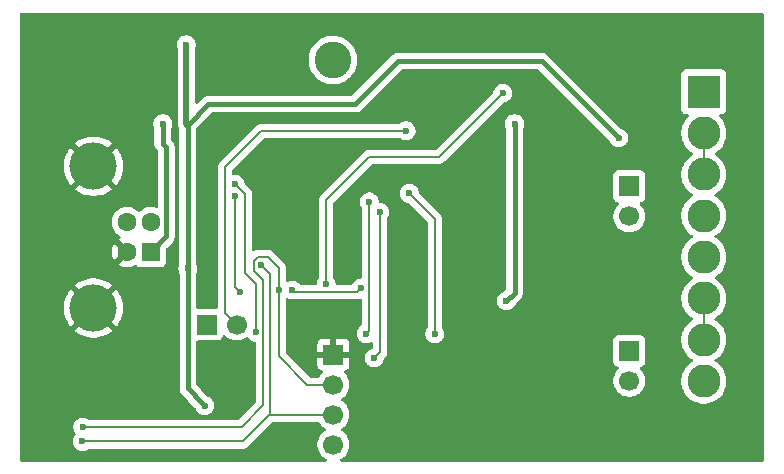
<source format=gbr>
%TF.GenerationSoftware,KiCad,Pcbnew,9.0.4*%
%TF.CreationDate,2025-09-19T16:30:08-07:00*%
%TF.ProjectId,USBCAN-X2,55534243-414e-42d5-9832-2e6b69636164,rev?*%
%TF.SameCoordinates,Original*%
%TF.FileFunction,Copper,L2,Bot*%
%TF.FilePolarity,Positive*%
%FSLAX46Y46*%
G04 Gerber Fmt 4.6, Leading zero omitted, Abs format (unit mm)*
G04 Created by KiCad (PCBNEW 9.0.4) date 2025-09-19 16:30:08*
%MOMM*%
%LPD*%
G01*
G04 APERTURE LIST*
%TA.AperFunction,ComponentPad*%
%ADD10R,1.700000X1.700000*%
%TD*%
%TA.AperFunction,ComponentPad*%
%ADD11C,1.700000*%
%TD*%
%TA.AperFunction,ComponentPad*%
%ADD12R,2.800000X2.800000*%
%TD*%
%TA.AperFunction,ComponentPad*%
%ADD13C,2.800000*%
%TD*%
%TA.AperFunction,ComponentPad*%
%ADD14R,1.600000X1.600000*%
%TD*%
%TA.AperFunction,ComponentPad*%
%ADD15C,1.600000*%
%TD*%
%TA.AperFunction,ComponentPad*%
%ADD16C,4.000000*%
%TD*%
%TA.AperFunction,ViaPad*%
%ADD17C,0.600000*%
%TD*%
%TA.AperFunction,ViaPad*%
%ADD18C,3.100000*%
%TD*%
%TA.AperFunction,ViaPad*%
%ADD19C,2.800000*%
%TD*%
%TA.AperFunction,Conductor*%
%ADD20C,0.200000*%
%TD*%
%TA.AperFunction,Conductor*%
%ADD21C,0.400000*%
%TD*%
%TA.AperFunction,Conductor*%
%ADD22C,0.500000*%
%TD*%
G04 APERTURE END LIST*
D10*
%TO.P,J7,1,Pin_1*%
%TO.N,GND*%
X152550000Y-114950000D03*
D11*
%TO.P,J7,2,Pin_2*%
%TO.N,SWDCLK*%
X152550000Y-117490000D03*
%TO.P,J7,3,Pin_3*%
%TO.N,SWDIO*%
X152550000Y-120030000D03*
%TO.P,J7,4,Pin_4*%
%TO.N,3.3V*%
X152550000Y-122570000D03*
%TD*%
D10*
%TO.P,J6,1,Pin_1*%
%TO.N,CAN1_N*%
X177600000Y-100700000D03*
D11*
%TO.P,J6,2,Pin_2*%
%TO.N,Net-(J2-Pin_4)*%
X177600000Y-103240000D03*
%TD*%
D12*
%TO.P,J2,1,Pin_1*%
%TO.N,CAN1_P*%
X183907500Y-92695000D03*
D13*
%TO.P,J2,2,Pin_2*%
%TO.N,CAN1_N*%
X183907500Y-96195000D03*
%TO.P,J2,3,Pin_3*%
X183907500Y-99695000D03*
%TO.P,J2,4,Pin_4*%
%TO.N,Net-(J2-Pin_4)*%
X183907500Y-103195000D03*
%TO.P,J2,5,Pin_5*%
%TO.N,CAN2_P*%
X183907500Y-106695000D03*
%TO.P,J2,6,Pin_6*%
%TO.N,CAN2_N*%
X183907500Y-110195000D03*
%TO.P,J2,7,Pin_7*%
X183907500Y-113695000D03*
%TO.P,J2,8,Pin_8*%
%TO.N,Net-(J2-Pin_8)*%
X183907500Y-117195000D03*
%TD*%
D14*
%TO.P,J1,1,VBUS*%
%TO.N,5V*%
X137087500Y-106250000D03*
D15*
%TO.P,J1,2,D-*%
%TO.N,USB_N*%
X137087500Y-103750000D03*
%TO.P,J1,3,D+*%
%TO.N,USB_P*%
X135087500Y-103750000D03*
%TO.P,J1,4,GND*%
%TO.N,GND*%
X135087500Y-106250000D03*
D16*
%TO.P,J1,5,Shield*%
X132227500Y-111000000D03*
X132227500Y-99000000D03*
%TD*%
D10*
%TO.P,J3,1,Pin_1*%
%TO.N,Net-(J3-Pin_1)*%
X141825000Y-112400000D03*
D11*
%TO.P,J3,2,Pin_2*%
%TO.N,CAN1_RX*%
X144365000Y-112400000D03*
%TD*%
D10*
%TO.P,J5,1,Pin_1*%
%TO.N,CAN2_N*%
X177600000Y-114625000D03*
D11*
%TO.P,J5,2,Pin_2*%
%TO.N,Net-(J2-Pin_8)*%
X177600000Y-117165000D03*
%TD*%
D17*
%TO.N,GND*%
X142200000Y-118000000D03*
X142200000Y-116975000D03*
%TO.N,SWDCLK*%
X131325000Y-121075000D03*
%TO.N,CAN2_TX*%
X144225000Y-101500000D03*
X144625000Y-109625000D03*
%TO.N,GND*%
X141600000Y-104775000D03*
X150000000Y-122900000D03*
X162500000Y-122950000D03*
X160025000Y-122950000D03*
X147750000Y-97350000D03*
X157775000Y-108875000D03*
D18*
%TO.N,*%
X152500000Y-90000000D03*
D17*
%TO.N,/LED_PA0*%
X156019000Y-115231000D03*
X156459000Y-102874000D03*
%TO.N,/LED_PA1*%
X155584000Y-102020000D03*
X155318000Y-113172000D03*
%TO.N,GND*%
X165000000Y-111000000D03*
X172100000Y-103000000D03*
X166000000Y-103000000D03*
X174000000Y-103000000D03*
D19*
X186264398Y-88162869D03*
D17*
X150525000Y-110600000D03*
X166000000Y-102000000D03*
%TO.N,CAN1_RX*%
X158700000Y-96000000D03*
%TO.N,3.3V*%
X140221000Y-107656000D03*
X140200000Y-95513100D03*
X141650000Y-119275000D03*
X176700000Y-96600000D03*
X140100000Y-88700000D03*
%TO.N,5V*%
X167200000Y-110400000D03*
X167881000Y-95403200D03*
X138100000Y-95400000D03*
%TO.N,CAN2_TX*%
X154878000Y-109307000D03*
X149075000Y-109475000D03*
%TO.N,/LED_PA2*%
X161132000Y-113186000D03*
X158981000Y-101300000D03*
%TO.N,SWDIO*%
X146442000Y-107342000D03*
X131300000Y-122300000D03*
%TO.N,SWDCLK*%
X147900000Y-109475000D03*
%TO.N,CAN1_TX*%
X151930000Y-108931000D03*
X166900000Y-92800000D03*
%TO.N,CAN2_RX*%
X145994000Y-113057000D03*
X144225000Y-100525000D03*
%TD*%
D20*
%TO.N,SWDIO*%
X147255000Y-120030000D02*
X147200000Y-119975000D01*
X152550000Y-120030000D02*
X147255000Y-120030000D01*
%TO.N,SWDCLK*%
X144775000Y-121075000D02*
X131325000Y-121075000D01*
X146595000Y-119255000D02*
X144775000Y-121075000D01*
X146175000Y-106675000D02*
X145841000Y-107009000D01*
X147900000Y-107575000D02*
X147000000Y-106675000D01*
X147000000Y-106675000D02*
X146175000Y-106675000D01*
X145841000Y-107841000D02*
X146595000Y-108595000D01*
X147900000Y-109475000D02*
X147900000Y-107575000D01*
X145841000Y-107009000D02*
X145841000Y-107841000D01*
X146595000Y-108595000D02*
X146595000Y-119255000D01*
%TO.N,SWDIO*%
X152550000Y-120030000D02*
X152530000Y-120050000D01*
X147200000Y-119975000D02*
X144875000Y-122300000D01*
X144875000Y-122300000D02*
X131300000Y-122300000D01*
X147200000Y-108100000D02*
X147200000Y-119975000D01*
X146442000Y-107342000D02*
X147200000Y-108100000D01*
%TO.N,SWDCLK*%
X150335000Y-117490000D02*
X152550000Y-117490000D01*
X147900000Y-115075000D02*
X150325000Y-117500000D01*
X150325000Y-117500000D02*
X150335000Y-117490000D01*
X147900000Y-109475000D02*
X147900000Y-115075000D01*
D21*
%TO.N,3.3V*%
X140221000Y-117796000D02*
X140221000Y-107656000D01*
X140800000Y-118425000D02*
X140800000Y-118375000D01*
X140800000Y-118375000D02*
X140221000Y-117796000D01*
X141650000Y-119275000D02*
X140800000Y-118425000D01*
D20*
%TO.N,CAN2_RX*%
X145994000Y-108990000D02*
X145994000Y-113057000D01*
X145056000Y-101356000D02*
X145056000Y-108052000D01*
X145056000Y-108052000D02*
X145994000Y-108990000D01*
X144225000Y-100525000D02*
X145056000Y-101356000D01*
%TO.N,CAN1_RX*%
X146450000Y-96000000D02*
X158700000Y-96000000D01*
X143350000Y-111385000D02*
X143350000Y-99100000D01*
X143350000Y-99100000D02*
X146450000Y-96000000D01*
X144365000Y-112400000D02*
X143350000Y-111385000D01*
%TO.N,CAN2_TX*%
X144201000Y-109201000D02*
X144625000Y-109625000D01*
X144225000Y-101500000D02*
X144201000Y-101524000D01*
X144201000Y-101524000D02*
X144201000Y-109201000D01*
X154510000Y-109675000D02*
X154878000Y-109307000D01*
X149275000Y-109675000D02*
X154510000Y-109675000D01*
X149075000Y-109475000D02*
X149275000Y-109675000D01*
D21*
%TO.N,5V*%
X138400000Y-104937500D02*
X137087500Y-106250000D01*
X138400000Y-97400000D02*
X138400000Y-104937500D01*
X138100000Y-97100000D02*
X138400000Y-97400000D01*
X138100000Y-95400000D02*
X138100000Y-97100000D01*
D20*
%TO.N,/LED_PA0*%
X156500000Y-114750000D02*
X156500000Y-102915000D01*
X156019000Y-115231000D02*
X156500000Y-114750000D01*
X156500000Y-102915000D02*
X156459000Y-102874000D01*
%TO.N,/LED_PA1*%
X155318000Y-113172000D02*
X155584000Y-112906000D01*
X155584000Y-112906000D02*
X155584000Y-102020000D01*
%TO.N,GND*%
X132228000Y-100925000D02*
X132227500Y-100924500D01*
X132227500Y-100924500D02*
X132227500Y-99000000D01*
%TO.N,3.3V*%
X140221000Y-107656000D02*
X140200000Y-107635000D01*
D21*
X154356700Y-93743300D02*
X141969800Y-93743300D01*
D22*
X140100000Y-88700000D02*
X140100000Y-95413100D01*
D21*
X158000000Y-90100000D02*
X154356700Y-93743300D01*
X170200000Y-90100000D02*
X158000000Y-90100000D01*
X140200000Y-95513100D02*
X140200000Y-107635000D01*
D22*
X140100000Y-95413100D02*
X140200000Y-95513100D01*
D21*
X176700000Y-96600000D02*
X170200000Y-90100000D01*
X141969800Y-93743300D02*
X140200000Y-95513100D01*
D20*
%TO.N,5V*%
X137088000Y-105699000D02*
X137087500Y-105699500D01*
X137087500Y-105699500D02*
X137087500Y-106250000D01*
D21*
X167881000Y-95403200D02*
X167881000Y-109719000D01*
X167881000Y-109719000D02*
X167200000Y-110400000D01*
D20*
X137088000Y-106250000D02*
X137088000Y-105699000D01*
%TO.N,/LED_PA2*%
X161132000Y-103451000D02*
X158981000Y-101300000D01*
X161132000Y-113186000D02*
X161132000Y-103451000D01*
%TO.N,CAN1_TX*%
X151931000Y-108931000D02*
X152000000Y-109000000D01*
X155600000Y-98200000D02*
X161500000Y-98200000D01*
X161500000Y-98200000D02*
X166900000Y-92800000D01*
X151930000Y-108931000D02*
X151931000Y-108931000D01*
X151930000Y-108931000D02*
X151930000Y-101870000D01*
X151930000Y-101870000D02*
X155600000Y-98200000D01*
%TO.N,CAN1_P*%
X183907500Y-93345300D02*
X183907500Y-92695000D01*
X183908000Y-93345800D02*
X183907500Y-93345300D01*
X183908000Y-93345800D02*
X182854200Y-93345800D01*
X183908000Y-92695000D02*
X183908000Y-93345800D01*
%TO.N,CAN1_N*%
X183907500Y-97945500D02*
X183907500Y-99695000D01*
X183908000Y-97945000D02*
X183907500Y-97945500D01*
X183908000Y-99695000D02*
X183908000Y-97945000D01*
X183908000Y-97945000D02*
X183908000Y-96195000D01*
X183907500Y-96195000D02*
X183908000Y-96195000D01*
%TO.N,CAN2_N*%
X183907500Y-110195000D02*
X183908000Y-110195000D01*
X183908000Y-113695000D02*
X183908000Y-110195000D01*
X183907500Y-113695000D02*
X183908000Y-113695000D01*
%TO.N,Net-(J2-Pin_8)*%
X183907500Y-117195000D02*
X183908000Y-117195000D01*
%TD*%
%TA.AperFunction,Conductor*%
%TO.N,GND*%
G36*
X188943039Y-86019685D02*
G01*
X188988794Y-86072489D01*
X189000000Y-86124000D01*
X189000000Y-123876000D01*
X188980315Y-123943039D01*
X188927511Y-123988794D01*
X188876000Y-124000000D01*
X153234696Y-124000000D01*
X153167657Y-123980315D01*
X153121902Y-123927511D01*
X153111958Y-123858353D01*
X153140983Y-123794797D01*
X153178401Y-123765515D01*
X153183585Y-123762873D01*
X153257816Y-123725051D01*
X153354371Y-123654899D01*
X153429786Y-123600109D01*
X153429788Y-123600106D01*
X153429792Y-123600104D01*
X153580104Y-123449792D01*
X153580106Y-123449788D01*
X153580109Y-123449786D01*
X153705048Y-123277820D01*
X153705047Y-123277820D01*
X153705051Y-123277816D01*
X153801557Y-123088412D01*
X153867246Y-122886243D01*
X153900500Y-122676287D01*
X153900500Y-122463713D01*
X153867246Y-122253757D01*
X153801557Y-122051588D01*
X153705051Y-121862184D01*
X153705049Y-121862181D01*
X153705048Y-121862179D01*
X153580109Y-121690213D01*
X153429786Y-121539890D01*
X153257820Y-121414951D01*
X153257115Y-121414591D01*
X153249054Y-121410485D01*
X153198259Y-121362512D01*
X153181463Y-121294692D01*
X153203999Y-121228556D01*
X153249054Y-121189515D01*
X153257816Y-121185051D01*
X153300772Y-121153842D01*
X153429786Y-121060109D01*
X153429788Y-121060106D01*
X153429792Y-121060104D01*
X153580104Y-120909792D01*
X153580106Y-120909788D01*
X153580109Y-120909786D01*
X153705048Y-120737820D01*
X153705047Y-120737820D01*
X153705051Y-120737816D01*
X153801557Y-120548412D01*
X153867246Y-120346243D01*
X153900500Y-120136287D01*
X153900500Y-119923713D01*
X153867246Y-119713757D01*
X153801557Y-119511588D01*
X153705051Y-119322184D01*
X153705049Y-119322181D01*
X153705048Y-119322179D01*
X153580109Y-119150213D01*
X153429786Y-118999890D01*
X153257820Y-118874951D01*
X153251131Y-118871543D01*
X153249054Y-118870485D01*
X153198259Y-118822512D01*
X153181463Y-118754692D01*
X153203999Y-118688556D01*
X153249054Y-118649515D01*
X153257816Y-118645051D01*
X153282753Y-118626933D01*
X153429786Y-118520109D01*
X153429788Y-118520106D01*
X153429792Y-118520104D01*
X153580104Y-118369792D01*
X153580106Y-118369788D01*
X153580109Y-118369786D01*
X153705048Y-118197820D01*
X153705047Y-118197820D01*
X153705051Y-118197816D01*
X153801557Y-118008412D01*
X153867246Y-117806243D01*
X153900500Y-117596287D01*
X153900500Y-117383713D01*
X153867246Y-117173757D01*
X153801557Y-116971588D01*
X153705051Y-116782184D01*
X153705049Y-116782181D01*
X153705048Y-116782179D01*
X153580109Y-116610213D01*
X153466181Y-116496285D01*
X153432696Y-116434962D01*
X153437680Y-116365270D01*
X153479552Y-116309337D01*
X153510529Y-116292422D01*
X153642086Y-116243354D01*
X153642093Y-116243350D01*
X153757187Y-116157190D01*
X153757190Y-116157187D01*
X153843350Y-116042093D01*
X153843354Y-116042086D01*
X153893596Y-115907379D01*
X153893598Y-115907372D01*
X153899999Y-115847844D01*
X153900000Y-115847827D01*
X153900000Y-115200000D01*
X152983012Y-115200000D01*
X153015925Y-115142993D01*
X153050000Y-115015826D01*
X153050000Y-114884174D01*
X153015925Y-114757007D01*
X152983012Y-114700000D01*
X153900000Y-114700000D01*
X153900000Y-114052172D01*
X153899999Y-114052155D01*
X153893598Y-113992627D01*
X153893596Y-113992620D01*
X153843354Y-113857913D01*
X153843350Y-113857906D01*
X153757190Y-113742812D01*
X153757187Y-113742809D01*
X153642093Y-113656649D01*
X153642086Y-113656645D01*
X153507379Y-113606403D01*
X153507372Y-113606401D01*
X153447844Y-113600000D01*
X152800000Y-113600000D01*
X152800000Y-114516988D01*
X152742993Y-114484075D01*
X152615826Y-114450000D01*
X152484174Y-114450000D01*
X152357007Y-114484075D01*
X152300000Y-114516988D01*
X152300000Y-113600000D01*
X151652155Y-113600000D01*
X151592627Y-113606401D01*
X151592620Y-113606403D01*
X151457913Y-113656645D01*
X151457906Y-113656649D01*
X151342812Y-113742809D01*
X151342809Y-113742812D01*
X151256649Y-113857906D01*
X151256645Y-113857913D01*
X151206403Y-113992620D01*
X151206401Y-113992627D01*
X151200000Y-114052155D01*
X151200000Y-114700000D01*
X152116988Y-114700000D01*
X152084075Y-114757007D01*
X152050000Y-114884174D01*
X152050000Y-115015826D01*
X152084075Y-115142993D01*
X152116988Y-115200000D01*
X151200000Y-115200000D01*
X151200000Y-115847844D01*
X151206401Y-115907372D01*
X151206403Y-115907379D01*
X151256645Y-116042086D01*
X151256649Y-116042093D01*
X151342809Y-116157187D01*
X151342812Y-116157190D01*
X151457906Y-116243350D01*
X151457913Y-116243354D01*
X151589470Y-116292422D01*
X151645404Y-116334293D01*
X151669821Y-116399758D01*
X151654969Y-116468031D01*
X151633819Y-116496285D01*
X151519889Y-116610215D01*
X151394948Y-116782184D01*
X151394947Y-116782185D01*
X151374765Y-116821795D01*
X151326791Y-116872591D01*
X151264281Y-116889500D01*
X150615097Y-116889500D01*
X150548058Y-116869815D01*
X150527416Y-116853181D01*
X148536819Y-114862584D01*
X148503334Y-114801261D01*
X148500500Y-114774903D01*
X148500500Y-110285872D01*
X148520185Y-110218833D01*
X148572989Y-110173078D01*
X148642147Y-110163134D01*
X148690391Y-110181623D01*
X148690446Y-110181521D01*
X148691258Y-110181955D01*
X148693398Y-110182775D01*
X148694611Y-110183586D01*
X148695819Y-110184393D01*
X148695827Y-110184397D01*
X148816974Y-110234577D01*
X148841503Y-110244737D01*
X148971992Y-110270693D01*
X148996153Y-110275499D01*
X148996156Y-110275500D01*
X148996158Y-110275500D01*
X149153844Y-110275500D01*
X149159902Y-110274903D01*
X149159938Y-110275276D01*
X149175862Y-110273781D01*
X149190012Y-110273911D01*
X149195943Y-110275501D01*
X149354058Y-110275501D01*
X149354062Y-110275500D01*
X154423331Y-110275500D01*
X154423347Y-110275501D01*
X154430943Y-110275501D01*
X154589054Y-110275501D01*
X154589057Y-110275501D01*
X154741785Y-110234577D01*
X154797500Y-110202409D01*
X154865398Y-110185936D01*
X154931425Y-110208787D01*
X154974617Y-110263708D01*
X154983500Y-110309796D01*
X154983500Y-112366473D01*
X154963815Y-112433512D01*
X154928391Y-112469575D01*
X154807710Y-112550210D01*
X154696213Y-112661707D01*
X154696210Y-112661711D01*
X154608609Y-112792814D01*
X154608602Y-112792827D01*
X154548264Y-112938498D01*
X154548261Y-112938510D01*
X154517500Y-113093153D01*
X154517500Y-113250846D01*
X154548261Y-113405489D01*
X154548264Y-113405501D01*
X154608602Y-113551172D01*
X154608609Y-113551185D01*
X154696210Y-113682288D01*
X154696213Y-113682292D01*
X154807707Y-113793786D01*
X154807711Y-113793789D01*
X154938814Y-113881390D01*
X154938827Y-113881397D01*
X155084498Y-113941735D01*
X155084503Y-113941737D01*
X155239153Y-113972499D01*
X155239156Y-113972500D01*
X155239158Y-113972500D01*
X155396844Y-113972500D01*
X155396845Y-113972499D01*
X155551497Y-113941737D01*
X155697179Y-113881394D01*
X155706606Y-113875094D01*
X155773282Y-113854215D01*
X155840663Y-113872697D01*
X155887355Y-113924674D01*
X155899500Y-113978195D01*
X155899500Y-114336823D01*
X155879815Y-114403862D01*
X155827011Y-114449617D01*
X155799693Y-114458440D01*
X155785507Y-114461261D01*
X155785498Y-114461264D01*
X155639827Y-114521602D01*
X155639814Y-114521609D01*
X155508711Y-114609210D01*
X155508707Y-114609213D01*
X155397213Y-114720707D01*
X155397210Y-114720711D01*
X155309609Y-114851814D01*
X155309602Y-114851827D01*
X155249264Y-114997498D01*
X155249261Y-114997510D01*
X155218500Y-115152153D01*
X155218500Y-115309846D01*
X155249261Y-115464489D01*
X155249264Y-115464501D01*
X155309602Y-115610172D01*
X155309609Y-115610185D01*
X155397210Y-115741288D01*
X155397213Y-115741292D01*
X155508707Y-115852786D01*
X155508711Y-115852789D01*
X155639814Y-115940390D01*
X155639827Y-115940397D01*
X155746846Y-115984725D01*
X155785503Y-116000737D01*
X155934548Y-116030384D01*
X155940153Y-116031499D01*
X155940156Y-116031500D01*
X155940158Y-116031500D01*
X156097844Y-116031500D01*
X156097845Y-116031499D01*
X156252497Y-116000737D01*
X156398179Y-115940394D01*
X156529289Y-115852789D01*
X156640789Y-115741289D01*
X156728394Y-115610179D01*
X156788737Y-115464497D01*
X156819500Y-115309842D01*
X156819500Y-115309840D01*
X156819637Y-115309152D01*
X156852021Y-115247241D01*
X156853505Y-115245729D01*
X156980520Y-115118716D01*
X157059577Y-114981784D01*
X157100501Y-114829057D01*
X157100501Y-114670942D01*
X157100501Y-114663347D01*
X157100500Y-114663329D01*
X157100500Y-103392404D01*
X157120185Y-103325365D01*
X157121362Y-103323566D01*
X157168394Y-103253179D01*
X157228737Y-103107497D01*
X157259500Y-102952842D01*
X157259500Y-102795158D01*
X157259500Y-102795155D01*
X157259499Y-102795153D01*
X157228737Y-102640503D01*
X157204833Y-102582792D01*
X157168397Y-102494827D01*
X157168390Y-102494814D01*
X157080789Y-102363711D01*
X157080786Y-102363707D01*
X156969292Y-102252213D01*
X156969288Y-102252210D01*
X156838185Y-102164609D01*
X156838172Y-102164602D01*
X156692501Y-102104264D01*
X156692489Y-102104261D01*
X156537845Y-102073500D01*
X156537842Y-102073500D01*
X156508500Y-102073500D01*
X156441461Y-102053815D01*
X156395706Y-102001011D01*
X156384500Y-101949500D01*
X156384500Y-101941155D01*
X156384499Y-101941153D01*
X156354896Y-101792331D01*
X156353737Y-101786503D01*
X156344029Y-101763066D01*
X156293397Y-101640827D01*
X156293390Y-101640814D01*
X156205789Y-101509711D01*
X156205786Y-101509707D01*
X156094292Y-101398213D01*
X156094288Y-101398210D01*
X155974545Y-101318200D01*
X155974496Y-101318168D01*
X155963179Y-101310606D01*
X155963172Y-101310602D01*
X155817501Y-101250264D01*
X155817489Y-101250261D01*
X155671155Y-101221153D01*
X158180500Y-101221153D01*
X158180500Y-101378846D01*
X158211261Y-101533489D01*
X158211264Y-101533501D01*
X158271602Y-101679172D01*
X158271609Y-101679185D01*
X158359210Y-101810288D01*
X158359213Y-101810292D01*
X158470707Y-101921786D01*
X158470711Y-101921789D01*
X158601814Y-102009390D01*
X158601827Y-102009397D01*
X158747498Y-102069735D01*
X158747503Y-102069737D01*
X158811244Y-102082416D01*
X158902849Y-102100638D01*
X158964760Y-102133023D01*
X158966339Y-102134574D01*
X160495181Y-103663416D01*
X160528666Y-103724739D01*
X160531500Y-103751097D01*
X160531500Y-112606234D01*
X160511815Y-112673273D01*
X160510602Y-112675125D01*
X160422609Y-112806814D01*
X160422602Y-112806827D01*
X160362264Y-112952498D01*
X160362261Y-112952510D01*
X160331500Y-113107153D01*
X160331500Y-113264846D01*
X160362261Y-113419489D01*
X160362264Y-113419501D01*
X160422602Y-113565172D01*
X160422609Y-113565185D01*
X160510210Y-113696288D01*
X160510213Y-113696292D01*
X160621707Y-113807786D01*
X160621711Y-113807789D01*
X160752814Y-113895390D01*
X160752827Y-113895397D01*
X160898498Y-113955735D01*
X160898503Y-113955737D01*
X161053153Y-113986499D01*
X161053156Y-113986500D01*
X161053158Y-113986500D01*
X161210844Y-113986500D01*
X161210845Y-113986499D01*
X161365497Y-113955737D01*
X161511179Y-113895394D01*
X161642289Y-113807789D01*
X161722943Y-113727135D01*
X176249500Y-113727135D01*
X176249500Y-115522870D01*
X176249501Y-115522876D01*
X176255908Y-115582483D01*
X176306202Y-115717328D01*
X176306206Y-115717335D01*
X176392452Y-115832544D01*
X176392455Y-115832547D01*
X176507664Y-115918793D01*
X176507671Y-115918797D01*
X176639082Y-115967810D01*
X176695016Y-116009681D01*
X176719433Y-116075145D01*
X176704582Y-116143418D01*
X176683431Y-116171673D01*
X176569889Y-116285215D01*
X176444951Y-116457179D01*
X176348444Y-116646585D01*
X176282753Y-116848760D01*
X176249500Y-117058713D01*
X176249500Y-117271286D01*
X176282689Y-117480838D01*
X176282754Y-117481243D01*
X176320134Y-117596287D01*
X176348444Y-117683414D01*
X176444951Y-117872820D01*
X176569890Y-118044786D01*
X176720213Y-118195109D01*
X176892179Y-118320048D01*
X176892181Y-118320049D01*
X176892184Y-118320051D01*
X177081588Y-118416557D01*
X177283757Y-118482246D01*
X177493713Y-118515500D01*
X177493714Y-118515500D01*
X177706286Y-118515500D01*
X177706287Y-118515500D01*
X177916243Y-118482246D01*
X178118412Y-118416557D01*
X178307816Y-118320051D01*
X178399931Y-118253126D01*
X178479786Y-118195109D01*
X178479788Y-118195106D01*
X178479792Y-118195104D01*
X178630104Y-118044792D01*
X178630106Y-118044788D01*
X178630109Y-118044786D01*
X178755048Y-117872820D01*
X178755047Y-117872820D01*
X178755051Y-117872816D01*
X178851557Y-117683412D01*
X178917246Y-117481243D01*
X178950500Y-117271287D01*
X178950500Y-117058713D01*
X178917246Y-116848757D01*
X178851557Y-116646588D01*
X178755051Y-116457184D01*
X178755049Y-116457181D01*
X178755048Y-116457179D01*
X178630109Y-116285213D01*
X178516569Y-116171673D01*
X178483084Y-116110350D01*
X178488068Y-116040658D01*
X178529940Y-115984725D01*
X178560915Y-115967810D01*
X178692331Y-115918796D01*
X178807546Y-115832546D01*
X178893796Y-115717331D01*
X178944091Y-115582483D01*
X178950500Y-115522873D01*
X178950499Y-113727128D01*
X178944091Y-113667517D01*
X178938138Y-113651557D01*
X178893797Y-113532671D01*
X178893793Y-113532664D01*
X178807547Y-113417455D01*
X178807544Y-113417452D01*
X178692335Y-113331206D01*
X178692328Y-113331202D01*
X178557482Y-113280908D01*
X178557483Y-113280908D01*
X178497883Y-113274501D01*
X178497881Y-113274500D01*
X178497873Y-113274500D01*
X178497864Y-113274500D01*
X176702129Y-113274500D01*
X176702123Y-113274501D01*
X176642516Y-113280908D01*
X176507671Y-113331202D01*
X176507664Y-113331206D01*
X176392455Y-113417452D01*
X176392452Y-113417455D01*
X176306206Y-113532664D01*
X176306202Y-113532671D01*
X176255908Y-113667517D01*
X176252815Y-113696292D01*
X176249501Y-113727123D01*
X176249500Y-113727135D01*
X161722943Y-113727135D01*
X161753789Y-113696289D01*
X161780276Y-113656649D01*
X161781435Y-113654915D01*
X161841390Y-113565185D01*
X161841390Y-113565184D01*
X161841394Y-113565179D01*
X161847191Y-113551185D01*
X161881414Y-113468562D01*
X161901737Y-113419497D01*
X161932500Y-113264842D01*
X161932500Y-113107158D01*
X161932500Y-113107155D01*
X161932499Y-113107153D01*
X161901738Y-112952510D01*
X161901737Y-112952503D01*
X161860372Y-112852638D01*
X161841397Y-112806827D01*
X161841390Y-112806814D01*
X161753398Y-112675125D01*
X161732520Y-112608447D01*
X161732500Y-112606234D01*
X161732500Y-110321153D01*
X166399500Y-110321153D01*
X166399500Y-110478846D01*
X166430261Y-110633489D01*
X166430264Y-110633501D01*
X166490602Y-110779172D01*
X166490609Y-110779185D01*
X166578210Y-110910288D01*
X166578213Y-110910292D01*
X166689707Y-111021786D01*
X166689711Y-111021789D01*
X166820814Y-111109390D01*
X166820827Y-111109397D01*
X166966498Y-111169735D01*
X166966503Y-111169737D01*
X167121153Y-111200499D01*
X167121156Y-111200500D01*
X167121158Y-111200500D01*
X167278844Y-111200500D01*
X167278845Y-111200499D01*
X167433497Y-111169737D01*
X167579179Y-111109394D01*
X167710289Y-111021789D01*
X167821789Y-110910289D01*
X167909394Y-110779179D01*
X167969193Y-110634808D01*
X167996068Y-110594587D01*
X168425113Y-110165543D01*
X168431811Y-110155520D01*
X168501775Y-110050811D01*
X168550521Y-109933127D01*
X168554580Y-109923329D01*
X168567816Y-109856785D01*
X168581500Y-109787993D01*
X168581500Y-99802135D01*
X176249500Y-99802135D01*
X176249500Y-101597870D01*
X176249501Y-101597876D01*
X176255908Y-101657483D01*
X176306202Y-101792328D01*
X176306206Y-101792335D01*
X176392452Y-101907544D01*
X176392455Y-101907547D01*
X176507664Y-101993793D01*
X176507671Y-101993797D01*
X176639082Y-102042810D01*
X176695016Y-102084681D01*
X176719433Y-102150145D01*
X176704582Y-102218418D01*
X176683431Y-102246673D01*
X176569889Y-102360215D01*
X176444951Y-102532179D01*
X176348444Y-102721585D01*
X176282753Y-102923760D01*
X176249500Y-103133713D01*
X176249500Y-103346286D01*
X176265208Y-103445466D01*
X176282754Y-103556243D01*
X176346066Y-103751097D01*
X176348444Y-103758414D01*
X176444951Y-103947820D01*
X176569890Y-104119786D01*
X176720213Y-104270109D01*
X176892179Y-104395048D01*
X176892181Y-104395049D01*
X176892184Y-104395051D01*
X177081588Y-104491557D01*
X177283757Y-104557246D01*
X177493713Y-104590500D01*
X177493714Y-104590500D01*
X177706286Y-104590500D01*
X177706287Y-104590500D01*
X177916243Y-104557246D01*
X178118412Y-104491557D01*
X178307816Y-104395051D01*
X178329789Y-104379086D01*
X178479786Y-104270109D01*
X178479788Y-104270106D01*
X178479792Y-104270104D01*
X178630104Y-104119792D01*
X178630106Y-104119788D01*
X178630109Y-104119786D01*
X178755048Y-103947820D01*
X178755047Y-103947820D01*
X178755051Y-103947816D01*
X178851557Y-103758412D01*
X178917246Y-103556243D01*
X178950500Y-103346287D01*
X178950500Y-103133713D01*
X178917246Y-102923757D01*
X178851557Y-102721588D01*
X178755051Y-102532184D01*
X178755049Y-102532181D01*
X178755048Y-102532179D01*
X178630109Y-102360213D01*
X178516569Y-102246673D01*
X178483084Y-102185350D01*
X178488068Y-102115658D01*
X178529940Y-102059725D01*
X178560915Y-102042810D01*
X178692331Y-101993796D01*
X178807546Y-101907546D01*
X178893796Y-101792331D01*
X178944091Y-101657483D01*
X178950500Y-101597873D01*
X178950499Y-99802128D01*
X178944091Y-99742517D01*
X178941310Y-99735062D01*
X178893797Y-99607671D01*
X178893793Y-99607664D01*
X178807547Y-99492455D01*
X178807544Y-99492452D01*
X178692335Y-99406206D01*
X178692328Y-99406202D01*
X178557482Y-99355908D01*
X178557483Y-99355908D01*
X178497883Y-99349501D01*
X178497881Y-99349500D01*
X178497873Y-99349500D01*
X178497864Y-99349500D01*
X176702129Y-99349500D01*
X176702123Y-99349501D01*
X176642516Y-99355908D01*
X176507671Y-99406202D01*
X176507664Y-99406206D01*
X176392455Y-99492452D01*
X176392452Y-99492455D01*
X176306206Y-99607664D01*
X176306202Y-99607671D01*
X176255908Y-99742517D01*
X176249501Y-99802116D01*
X176249501Y-99802123D01*
X176249500Y-99802135D01*
X168581500Y-99802135D01*
X168581500Y-95828516D01*
X168590939Y-95781064D01*
X168650735Y-95636701D01*
X168650737Y-95636697D01*
X168681500Y-95482042D01*
X168681500Y-95324358D01*
X168681500Y-95324355D01*
X168681499Y-95324353D01*
X168650738Y-95169710D01*
X168650737Y-95169703D01*
X168650735Y-95169698D01*
X168590397Y-95024027D01*
X168590390Y-95024014D01*
X168502789Y-94892911D01*
X168502786Y-94892907D01*
X168391292Y-94781413D01*
X168391288Y-94781410D01*
X168260185Y-94693809D01*
X168260172Y-94693802D01*
X168114501Y-94633464D01*
X168114489Y-94633461D01*
X167959845Y-94602700D01*
X167959842Y-94602700D01*
X167802158Y-94602700D01*
X167802155Y-94602700D01*
X167647510Y-94633461D01*
X167647498Y-94633464D01*
X167501827Y-94693802D01*
X167501814Y-94693809D01*
X167370711Y-94781410D01*
X167370707Y-94781413D01*
X167259213Y-94892907D01*
X167259210Y-94892911D01*
X167171609Y-95024014D01*
X167171602Y-95024027D01*
X167111264Y-95169698D01*
X167111261Y-95169710D01*
X167080500Y-95324353D01*
X167080500Y-95482046D01*
X167111261Y-95636689D01*
X167111264Y-95636701D01*
X167171061Y-95781064D01*
X167180500Y-95828516D01*
X167180500Y-109377480D01*
X167171855Y-109406920D01*
X167165332Y-109436907D01*
X167161577Y-109441922D01*
X167160815Y-109444519D01*
X167144181Y-109465162D01*
X167005413Y-109603929D01*
X166965185Y-109630808D01*
X166820824Y-109690604D01*
X166820814Y-109690609D01*
X166689711Y-109778210D01*
X166689707Y-109778213D01*
X166578213Y-109889707D01*
X166578210Y-109889711D01*
X166490609Y-110020814D01*
X166490602Y-110020827D01*
X166430264Y-110166498D01*
X166430261Y-110166510D01*
X166399500Y-110321153D01*
X161732500Y-110321153D01*
X161732500Y-103371945D01*
X161732500Y-103371943D01*
X161691577Y-103219216D01*
X161691573Y-103219209D01*
X161612524Y-103082290D01*
X161612521Y-103082286D01*
X161612520Y-103082284D01*
X161500716Y-102970480D01*
X161500715Y-102970479D01*
X161496385Y-102966149D01*
X161496374Y-102966139D01*
X159815574Y-101285339D01*
X159782089Y-101224016D01*
X159781638Y-101221849D01*
X159762217Y-101124216D01*
X159750737Y-101066503D01*
X159717926Y-100987290D01*
X159690397Y-100920827D01*
X159690390Y-100920814D01*
X159602789Y-100789711D01*
X159602786Y-100789707D01*
X159491292Y-100678213D01*
X159491288Y-100678210D01*
X159360185Y-100590609D01*
X159360172Y-100590602D01*
X159214501Y-100530264D01*
X159214489Y-100530261D01*
X159059845Y-100499500D01*
X159059842Y-100499500D01*
X158902158Y-100499500D01*
X158902155Y-100499500D01*
X158747510Y-100530261D01*
X158747498Y-100530264D01*
X158601827Y-100590602D01*
X158601814Y-100590609D01*
X158470711Y-100678210D01*
X158470707Y-100678213D01*
X158359213Y-100789707D01*
X158359210Y-100789711D01*
X158271609Y-100920814D01*
X158271602Y-100920827D01*
X158211264Y-101066498D01*
X158211261Y-101066510D01*
X158180500Y-101221153D01*
X155671155Y-101221153D01*
X155662845Y-101219500D01*
X155662842Y-101219500D01*
X155505158Y-101219500D01*
X155505155Y-101219500D01*
X155350510Y-101250261D01*
X155350498Y-101250264D01*
X155204827Y-101310602D01*
X155204814Y-101310609D01*
X155073711Y-101398210D01*
X155073707Y-101398213D01*
X154962213Y-101509707D01*
X154962210Y-101509711D01*
X154874609Y-101640814D01*
X154874602Y-101640827D01*
X154814264Y-101786498D01*
X154814261Y-101786510D01*
X154783500Y-101941153D01*
X154783500Y-102098846D01*
X154814261Y-102253489D01*
X154814264Y-102253501D01*
X154874602Y-102399172D01*
X154874609Y-102399185D01*
X154962602Y-102530874D01*
X154983480Y-102597551D01*
X154983500Y-102599765D01*
X154983500Y-108382500D01*
X154963815Y-108449539D01*
X154911011Y-108495294D01*
X154859500Y-108506500D01*
X154799155Y-108506500D01*
X154644510Y-108537261D01*
X154644498Y-108537264D01*
X154498827Y-108597602D01*
X154498814Y-108597609D01*
X154367711Y-108685210D01*
X154367707Y-108685213D01*
X154256213Y-108796707D01*
X154256210Y-108796711D01*
X154168609Y-108927814D01*
X154168604Y-108927824D01*
X154139556Y-108997953D01*
X154095715Y-109052356D01*
X154029421Y-109074421D01*
X154024995Y-109074500D01*
X152854500Y-109074500D01*
X152787461Y-109054815D01*
X152741706Y-109002011D01*
X152730500Y-108950500D01*
X152730500Y-108852155D01*
X152730499Y-108852153D01*
X152713799Y-108768198D01*
X152699737Y-108697503D01*
X152685912Y-108664127D01*
X152639397Y-108551827D01*
X152639390Y-108551814D01*
X152551398Y-108420125D01*
X152530520Y-108353447D01*
X152530500Y-108351234D01*
X152530500Y-102170097D01*
X152550185Y-102103058D01*
X152566819Y-102082416D01*
X155812417Y-98836819D01*
X155873740Y-98803334D01*
X155900098Y-98800500D01*
X161413331Y-98800500D01*
X161413347Y-98800501D01*
X161420943Y-98800501D01*
X161579054Y-98800501D01*
X161579057Y-98800501D01*
X161731785Y-98759577D01*
X161781904Y-98730639D01*
X161868716Y-98680520D01*
X161980520Y-98568716D01*
X161980520Y-98568714D01*
X161990728Y-98558507D01*
X161990729Y-98558504D01*
X166914662Y-93634572D01*
X166975983Y-93601089D01*
X166978150Y-93600638D01*
X167036085Y-93589113D01*
X167133497Y-93569737D01*
X167279179Y-93509394D01*
X167410289Y-93421789D01*
X167521789Y-93310289D01*
X167609394Y-93179179D01*
X167669737Y-93033497D01*
X167700500Y-92878842D01*
X167700500Y-92721158D01*
X167700500Y-92721155D01*
X167700499Y-92721153D01*
X167669738Y-92566510D01*
X167669738Y-92566508D01*
X167669737Y-92566503D01*
X167669735Y-92566498D01*
X167609397Y-92420827D01*
X167609390Y-92420814D01*
X167521789Y-92289711D01*
X167521786Y-92289707D01*
X167410292Y-92178213D01*
X167410288Y-92178210D01*
X167279185Y-92090609D01*
X167279172Y-92090602D01*
X167133501Y-92030264D01*
X167133489Y-92030261D01*
X166978845Y-91999500D01*
X166978842Y-91999500D01*
X166821158Y-91999500D01*
X166821155Y-91999500D01*
X166666510Y-92030261D01*
X166666498Y-92030264D01*
X166520827Y-92090602D01*
X166520814Y-92090609D01*
X166389711Y-92178210D01*
X166389707Y-92178213D01*
X166278213Y-92289707D01*
X166278210Y-92289711D01*
X166190609Y-92420814D01*
X166190602Y-92420827D01*
X166130264Y-92566498D01*
X166130261Y-92566508D01*
X166099361Y-92721850D01*
X166066976Y-92783761D01*
X166065425Y-92785339D01*
X161287584Y-97563181D01*
X161226261Y-97596666D01*
X161199903Y-97599500D01*
X155686670Y-97599500D01*
X155686654Y-97599499D01*
X155679058Y-97599499D01*
X155520943Y-97599499D01*
X155444579Y-97619961D01*
X155368214Y-97640423D01*
X155368209Y-97640426D01*
X155231290Y-97719475D01*
X155231282Y-97719481D01*
X151449481Y-101501282D01*
X151449477Y-101501287D01*
X151419975Y-101552388D01*
X151404702Y-101578842D01*
X151370423Y-101638215D01*
X151329499Y-101790943D01*
X151329499Y-101790945D01*
X151329499Y-101959046D01*
X151329500Y-101959059D01*
X151329500Y-108351234D01*
X151309815Y-108418273D01*
X151308602Y-108420125D01*
X151220609Y-108551814D01*
X151220602Y-108551827D01*
X151160264Y-108697498D01*
X151160261Y-108697510D01*
X151129500Y-108852153D01*
X151129500Y-108950500D01*
X151109815Y-109017539D01*
X151057011Y-109063294D01*
X151005500Y-109074500D01*
X149836427Y-109074500D01*
X149769388Y-109054815D01*
X149733325Y-109019390D01*
X149696792Y-108964715D01*
X149696786Y-108964707D01*
X149585292Y-108853213D01*
X149585288Y-108853210D01*
X149454185Y-108765609D01*
X149454172Y-108765602D01*
X149308501Y-108705264D01*
X149308489Y-108705261D01*
X149153845Y-108674500D01*
X149153842Y-108674500D01*
X148996158Y-108674500D01*
X148996155Y-108674500D01*
X148841510Y-108705261D01*
X148841498Y-108705264D01*
X148695827Y-108765602D01*
X148695814Y-108765609D01*
X148693391Y-108767229D01*
X148691927Y-108767687D01*
X148690446Y-108768479D01*
X148690295Y-108768198D01*
X148626713Y-108788107D01*
X148559333Y-108769622D01*
X148512643Y-108717644D01*
X148500500Y-108664127D01*
X148500500Y-107495944D01*
X148500499Y-107495937D01*
X148492546Y-107466256D01*
X148459577Y-107343215D01*
X148421244Y-107276821D01*
X148380520Y-107206284D01*
X148268716Y-107094480D01*
X148264385Y-107090149D01*
X148264374Y-107090139D01*
X147487590Y-106313355D01*
X147487588Y-106313352D01*
X147368717Y-106194481D01*
X147368716Y-106194480D01*
X147281904Y-106144360D01*
X147281904Y-106144359D01*
X147281900Y-106144358D01*
X147231785Y-106115423D01*
X147079057Y-106074499D01*
X146920943Y-106074499D01*
X146913347Y-106074499D01*
X146913331Y-106074500D01*
X146095941Y-106074500D01*
X146064992Y-106082792D01*
X146064993Y-106082793D01*
X145943215Y-106115423D01*
X145842499Y-106173571D01*
X145774599Y-106190042D01*
X145708572Y-106167190D01*
X145665382Y-106112268D01*
X145656500Y-106066183D01*
X145656500Y-101276941D01*
X145654161Y-101268213D01*
X145654160Y-101268211D01*
X145641108Y-101219501D01*
X145641108Y-101219500D01*
X145633607Y-101191507D01*
X145615577Y-101124216D01*
X145568177Y-101042116D01*
X145536524Y-100987290D01*
X145536521Y-100987286D01*
X145536520Y-100987284D01*
X145424716Y-100875480D01*
X145424715Y-100875479D01*
X145420385Y-100871149D01*
X145420374Y-100871139D01*
X145059574Y-100510339D01*
X145026089Y-100449016D01*
X145025638Y-100446849D01*
X145007595Y-100356147D01*
X144994737Y-100291503D01*
X144936125Y-100150000D01*
X144934397Y-100145827D01*
X144934390Y-100145814D01*
X144846789Y-100014711D01*
X144846786Y-100014707D01*
X144735292Y-99903213D01*
X144735288Y-99903210D01*
X144604185Y-99815609D01*
X144604172Y-99815602D01*
X144458501Y-99755264D01*
X144458489Y-99755261D01*
X144303845Y-99724500D01*
X144303842Y-99724500D01*
X144146158Y-99724500D01*
X144146153Y-99724500D01*
X144098691Y-99733941D01*
X144077707Y-99732063D01*
X144056853Y-99735062D01*
X144043605Y-99729012D01*
X144029099Y-99727714D01*
X144012460Y-99714788D01*
X143993297Y-99706037D01*
X143985423Y-99693785D01*
X143973922Y-99684851D01*
X143966912Y-99664982D01*
X143955523Y-99647259D01*
X143951988Y-99622675D01*
X143950678Y-99618961D01*
X143950500Y-99612324D01*
X143950500Y-99400097D01*
X143970185Y-99333058D01*
X143986819Y-99312416D01*
X146662416Y-96636819D01*
X146723739Y-96603334D01*
X146750097Y-96600500D01*
X158120234Y-96600500D01*
X158187273Y-96620185D01*
X158189125Y-96621398D01*
X158320814Y-96709390D01*
X158320827Y-96709397D01*
X158439326Y-96758480D01*
X158466503Y-96769737D01*
X158621153Y-96800499D01*
X158621156Y-96800500D01*
X158621158Y-96800500D01*
X158778844Y-96800500D01*
X158778845Y-96800499D01*
X158933497Y-96769737D01*
X159079179Y-96709394D01*
X159210289Y-96621789D01*
X159321789Y-96510289D01*
X159409394Y-96379179D01*
X159469737Y-96233497D01*
X159500500Y-96078842D01*
X159500500Y-95921158D01*
X159500500Y-95921155D01*
X159500499Y-95921153D01*
X159497403Y-95905589D01*
X159469737Y-95766503D01*
X159469735Y-95766498D01*
X159409397Y-95620827D01*
X159409390Y-95620814D01*
X159321789Y-95489711D01*
X159321786Y-95489707D01*
X159210292Y-95378213D01*
X159210288Y-95378210D01*
X159079185Y-95290609D01*
X159079172Y-95290602D01*
X158933501Y-95230264D01*
X158933489Y-95230261D01*
X158778845Y-95199500D01*
X158778842Y-95199500D01*
X158621158Y-95199500D01*
X158621155Y-95199500D01*
X158466510Y-95230261D01*
X158466498Y-95230264D01*
X158320827Y-95290602D01*
X158320814Y-95290609D01*
X158189125Y-95378602D01*
X158122447Y-95399480D01*
X158120234Y-95399500D01*
X146536669Y-95399500D01*
X146536653Y-95399499D01*
X146529057Y-95399499D01*
X146370943Y-95399499D01*
X146256397Y-95430192D01*
X146218214Y-95440423D01*
X146171717Y-95467269D01*
X146171716Y-95467269D01*
X146081287Y-95519477D01*
X146081282Y-95519481D01*
X142869481Y-98731282D01*
X142869480Y-98731284D01*
X142829518Y-98800501D01*
X142790423Y-98868215D01*
X142749499Y-99020943D01*
X142749499Y-99020945D01*
X142749499Y-99189046D01*
X142749500Y-99189059D01*
X142749500Y-110925500D01*
X142729815Y-110992539D01*
X142677011Y-111038294D01*
X142625500Y-111049500D01*
X141045500Y-111049500D01*
X140978461Y-111029815D01*
X140932706Y-110977011D01*
X140921500Y-110925500D01*
X140921500Y-108081316D01*
X140930939Y-108033864D01*
X140959478Y-107964963D01*
X140990737Y-107889497D01*
X141021500Y-107734842D01*
X141021500Y-107577158D01*
X141021500Y-107577155D01*
X141021499Y-107577153D01*
X141016098Y-107550000D01*
X140990737Y-107422503D01*
X140990735Y-107422498D01*
X140930397Y-107276828D01*
X140930394Y-107276822D01*
X140930394Y-107276821D01*
X140930388Y-107276812D01*
X140921397Y-107263355D01*
X140900520Y-107196678D01*
X140900500Y-107194466D01*
X140900500Y-95938416D01*
X140902126Y-95930240D01*
X140901210Y-95925162D01*
X140909939Y-95890964D01*
X140948681Y-95797432D01*
X140969192Y-95747910D01*
X140996069Y-95707686D01*
X142223638Y-94480119D01*
X142284961Y-94446634D01*
X142311319Y-94443800D01*
X154425696Y-94443800D01*
X154516740Y-94425689D01*
X154561028Y-94416880D01*
X154624769Y-94390477D01*
X154688507Y-94364077D01*
X154688508Y-94364076D01*
X154688511Y-94364075D01*
X154803243Y-94287414D01*
X158253838Y-90836819D01*
X158315161Y-90803334D01*
X158341519Y-90800500D01*
X169858481Y-90800500D01*
X169925520Y-90820185D01*
X169946162Y-90836819D01*
X175903928Y-96794585D01*
X175930808Y-96834814D01*
X175990602Y-96979172D01*
X175990609Y-96979185D01*
X176078210Y-97110288D01*
X176078213Y-97110292D01*
X176189707Y-97221786D01*
X176189711Y-97221789D01*
X176320814Y-97309390D01*
X176320827Y-97309397D01*
X176466498Y-97369735D01*
X176466503Y-97369737D01*
X176621153Y-97400499D01*
X176621156Y-97400500D01*
X176621158Y-97400500D01*
X176778844Y-97400500D01*
X176778845Y-97400499D01*
X176933497Y-97369737D01*
X177079179Y-97309394D01*
X177210289Y-97221789D01*
X177321789Y-97110289D01*
X177409394Y-96979179D01*
X177469737Y-96833497D01*
X177500500Y-96678842D01*
X177500500Y-96521158D01*
X177500500Y-96521155D01*
X177500499Y-96521153D01*
X177496291Y-96500000D01*
X177469737Y-96366503D01*
X177450292Y-96319558D01*
X177409397Y-96220827D01*
X177409390Y-96220814D01*
X177321789Y-96089711D01*
X177321786Y-96089707D01*
X177210292Y-95978213D01*
X177210288Y-95978210D01*
X177079185Y-95890609D01*
X177079172Y-95890602D01*
X176934814Y-95830808D01*
X176894585Y-95803928D01*
X172422145Y-91331487D01*
X172337793Y-91247135D01*
X182007000Y-91247135D01*
X182007000Y-94142870D01*
X182007001Y-94142876D01*
X182013408Y-94202483D01*
X182063702Y-94337328D01*
X182063706Y-94337335D01*
X182149952Y-94452544D01*
X182149955Y-94452547D01*
X182265164Y-94538793D01*
X182265171Y-94538797D01*
X182310118Y-94555561D01*
X182400017Y-94589091D01*
X182459627Y-94595500D01*
X182519923Y-94595499D01*
X182586961Y-94615183D01*
X182632717Y-94667986D01*
X182642661Y-94737144D01*
X182613637Y-94800700D01*
X182607605Y-94807180D01*
X182475559Y-94939226D01*
X182323900Y-95136873D01*
X182199337Y-95352623D01*
X182199330Y-95352638D01*
X182103998Y-95582792D01*
X182039517Y-95823438D01*
X182007001Y-96070424D01*
X182007000Y-96070441D01*
X182007000Y-96319558D01*
X182007001Y-96319575D01*
X182034893Y-96531439D01*
X182039518Y-96566565D01*
X182054315Y-96621789D01*
X182103998Y-96807207D01*
X182199330Y-97037361D01*
X182199337Y-97037376D01*
X182323900Y-97253126D01*
X182475560Y-97450774D01*
X182475566Y-97450781D01*
X182651718Y-97626933D01*
X182651725Y-97626939D01*
X182849373Y-97778599D01*
X182951588Y-97837613D01*
X182999803Y-97888180D01*
X183013027Y-97956787D01*
X182987059Y-98021652D01*
X182951588Y-98052387D01*
X182849373Y-98111400D01*
X182651725Y-98263060D01*
X182651718Y-98263066D01*
X182475566Y-98439218D01*
X182475560Y-98439225D01*
X182323900Y-98636873D01*
X182199337Y-98852623D01*
X182199330Y-98852638D01*
X182103998Y-99082792D01*
X182039517Y-99323438D01*
X182007001Y-99570424D01*
X182007000Y-99570441D01*
X182007000Y-99819558D01*
X182007001Y-99819575D01*
X182039517Y-100066561D01*
X182103998Y-100307207D01*
X182199330Y-100537361D01*
X182199337Y-100537376D01*
X182323900Y-100753126D01*
X182475560Y-100950774D01*
X182475566Y-100950781D01*
X182651718Y-101126933D01*
X182651725Y-101126939D01*
X182849373Y-101278599D01*
X182951588Y-101337613D01*
X182999803Y-101388180D01*
X183013027Y-101456787D01*
X182987059Y-101521652D01*
X182951588Y-101552387D01*
X182849373Y-101611400D01*
X182651725Y-101763060D01*
X182651718Y-101763066D01*
X182475566Y-101939218D01*
X182475560Y-101939225D01*
X182323900Y-102136873D01*
X182199337Y-102352623D01*
X182199330Y-102352638D01*
X182103998Y-102582792D01*
X182039517Y-102823438D01*
X182007001Y-103070424D01*
X182007000Y-103070441D01*
X182007000Y-103319558D01*
X182007001Y-103319575D01*
X182039517Y-103566561D01*
X182103998Y-103807207D01*
X182199330Y-104037361D01*
X182199337Y-104037376D01*
X182323900Y-104253126D01*
X182475560Y-104450774D01*
X182475566Y-104450781D01*
X182651718Y-104626933D01*
X182651725Y-104626939D01*
X182849373Y-104778599D01*
X182951588Y-104837613D01*
X182999803Y-104888180D01*
X183013027Y-104956787D01*
X182987059Y-105021652D01*
X182951588Y-105052387D01*
X182849373Y-105111400D01*
X182651725Y-105263060D01*
X182651718Y-105263066D01*
X182475566Y-105439218D01*
X182475560Y-105439225D01*
X182323900Y-105636873D01*
X182199337Y-105852623D01*
X182199330Y-105852638D01*
X182103998Y-106082792D01*
X182039517Y-106323438D01*
X182007001Y-106570424D01*
X182007000Y-106570441D01*
X182007000Y-106819558D01*
X182007001Y-106819575D01*
X182027584Y-106975922D01*
X182039518Y-107066565D01*
X182073789Y-107194466D01*
X182103998Y-107307207D01*
X182199330Y-107537361D01*
X182199337Y-107537376D01*
X182323900Y-107753126D01*
X182475560Y-107950774D01*
X182475566Y-107950781D01*
X182651718Y-108126933D01*
X182651725Y-108126939D01*
X182849373Y-108278599D01*
X182951588Y-108337613D01*
X182999803Y-108388180D01*
X183013027Y-108456787D01*
X182987059Y-108521652D01*
X182951588Y-108552387D01*
X182849373Y-108611400D01*
X182651725Y-108763060D01*
X182651718Y-108763066D01*
X182475566Y-108939218D01*
X182475560Y-108939225D01*
X182323900Y-109136873D01*
X182199337Y-109352623D01*
X182199330Y-109352638D01*
X182103998Y-109582792D01*
X182039517Y-109823438D01*
X182007001Y-110070424D01*
X182007000Y-110070441D01*
X182007000Y-110319558D01*
X182007001Y-110319575D01*
X182027969Y-110478846D01*
X182039518Y-110566565D01*
X182057805Y-110634814D01*
X182103998Y-110807207D01*
X182199330Y-111037361D01*
X182199337Y-111037376D01*
X182323900Y-111253126D01*
X182475560Y-111450774D01*
X182475566Y-111450781D01*
X182651718Y-111626933D01*
X182651725Y-111626939D01*
X182849373Y-111778599D01*
X182951588Y-111837613D01*
X182999803Y-111888180D01*
X183013027Y-111956787D01*
X182987059Y-112021652D01*
X182951588Y-112052387D01*
X182849373Y-112111400D01*
X182651725Y-112263060D01*
X182651718Y-112263066D01*
X182475566Y-112439218D01*
X182475560Y-112439225D01*
X182323900Y-112636873D01*
X182199337Y-112852623D01*
X182199330Y-112852638D01*
X182103998Y-113082792D01*
X182039517Y-113323438D01*
X182007001Y-113570424D01*
X182007000Y-113570441D01*
X182007000Y-113819558D01*
X182007001Y-113819575D01*
X182039517Y-114066561D01*
X182103998Y-114307207D01*
X182199330Y-114537361D01*
X182199337Y-114537376D01*
X182323900Y-114753126D01*
X182475560Y-114950774D01*
X182475566Y-114950781D01*
X182651718Y-115126933D01*
X182651725Y-115126939D01*
X182849373Y-115278599D01*
X182951588Y-115337613D01*
X182999803Y-115388180D01*
X183013027Y-115456787D01*
X182987059Y-115521652D01*
X182951588Y-115552387D01*
X182849373Y-115611400D01*
X182651725Y-115763060D01*
X182651718Y-115763066D01*
X182475566Y-115939218D01*
X182475560Y-115939225D01*
X182323900Y-116136873D01*
X182199337Y-116352623D01*
X182199330Y-116352638D01*
X182103998Y-116582792D01*
X182039517Y-116823438D01*
X182007001Y-117070424D01*
X182007000Y-117070441D01*
X182007000Y-117319558D01*
X182007001Y-117319575D01*
X182039517Y-117566561D01*
X182103998Y-117807207D01*
X182199330Y-118037361D01*
X182199337Y-118037376D01*
X182323900Y-118253126D01*
X182475560Y-118450774D01*
X182475566Y-118450781D01*
X182651718Y-118626933D01*
X182651725Y-118626939D01*
X182849373Y-118778599D01*
X183065123Y-118903162D01*
X183065138Y-118903169D01*
X183164325Y-118944253D01*
X183295293Y-118998502D01*
X183535935Y-119062982D01*
X183782935Y-119095500D01*
X183782942Y-119095500D01*
X184032058Y-119095500D01*
X184032065Y-119095500D01*
X184279065Y-119062982D01*
X184519707Y-118998502D01*
X184749873Y-118903164D01*
X184965627Y-118778599D01*
X185163276Y-118626938D01*
X185339438Y-118450776D01*
X185491099Y-118253127D01*
X185615664Y-118037373D01*
X185711002Y-117807207D01*
X185775482Y-117566565D01*
X185808000Y-117319565D01*
X185808000Y-117070435D01*
X185775482Y-116823435D01*
X185711002Y-116582793D01*
X185649768Y-116434962D01*
X185615669Y-116352638D01*
X185615662Y-116352623D01*
X185491099Y-116136873D01*
X185339439Y-115939225D01*
X185339433Y-115939218D01*
X185163281Y-115763066D01*
X185163274Y-115763060D01*
X184965628Y-115611401D01*
X184913708Y-115581426D01*
X184863410Y-115552386D01*
X184815196Y-115501821D01*
X184801972Y-115433214D01*
X184827940Y-115368349D01*
X184863410Y-115337613D01*
X184965627Y-115278599D01*
X185163276Y-115126938D01*
X185339438Y-114950776D01*
X185491099Y-114753127D01*
X185615664Y-114537373D01*
X185711002Y-114307207D01*
X185775482Y-114066565D01*
X185808000Y-113819565D01*
X185808000Y-113570435D01*
X185775482Y-113323435D01*
X185711002Y-113082793D01*
X185615664Y-112852627D01*
X185589221Y-112806827D01*
X185491099Y-112636873D01*
X185339439Y-112439225D01*
X185339433Y-112439218D01*
X185163281Y-112263066D01*
X185163274Y-112263060D01*
X184965628Y-112111401D01*
X184913708Y-112081426D01*
X184863410Y-112052386D01*
X184815196Y-112001821D01*
X184801972Y-111933214D01*
X184827940Y-111868349D01*
X184863410Y-111837613D01*
X184965627Y-111778599D01*
X185163276Y-111626938D01*
X185339438Y-111450776D01*
X185491099Y-111253127D01*
X185615664Y-111037373D01*
X185711002Y-110807207D01*
X185775482Y-110566565D01*
X185808000Y-110319565D01*
X185808000Y-110070435D01*
X185775482Y-109823435D01*
X185711002Y-109582793D01*
X185630530Y-109388516D01*
X185615669Y-109352638D01*
X185615662Y-109352623D01*
X185491099Y-109136873D01*
X185339439Y-108939225D01*
X185339433Y-108939218D01*
X185163281Y-108763066D01*
X185163274Y-108763060D01*
X184965628Y-108611401D01*
X184913708Y-108581426D01*
X184863410Y-108552386D01*
X184815196Y-108501821D01*
X184801972Y-108433214D01*
X184827940Y-108368349D01*
X184863410Y-108337613D01*
X184965627Y-108278599D01*
X185163276Y-108126938D01*
X185339438Y-107950776D01*
X185491099Y-107753127D01*
X185615664Y-107537373D01*
X185711002Y-107307207D01*
X185775482Y-107066565D01*
X185808000Y-106819565D01*
X185808000Y-106570435D01*
X185775482Y-106323435D01*
X185711002Y-106082793D01*
X185645427Y-105924480D01*
X185615669Y-105852638D01*
X185615662Y-105852623D01*
X185491099Y-105636873D01*
X185339439Y-105439225D01*
X185339433Y-105439218D01*
X185163281Y-105263066D01*
X185163274Y-105263060D01*
X184965628Y-105111401D01*
X184913708Y-105081426D01*
X184863410Y-105052386D01*
X184815196Y-105001821D01*
X184801972Y-104933214D01*
X184827940Y-104868349D01*
X184863410Y-104837613D01*
X184965627Y-104778599D01*
X185163276Y-104626938D01*
X185339438Y-104450776D01*
X185491099Y-104253127D01*
X185615664Y-104037373D01*
X185711002Y-103807207D01*
X185775482Y-103566565D01*
X185808000Y-103319565D01*
X185808000Y-103070435D01*
X185775482Y-102823435D01*
X185711002Y-102582793D01*
X185634949Y-102399185D01*
X185615669Y-102352638D01*
X185615662Y-102352623D01*
X185491099Y-102136873D01*
X185339439Y-101939225D01*
X185339433Y-101939218D01*
X185163281Y-101763066D01*
X185163274Y-101763060D01*
X184965628Y-101611401D01*
X184909233Y-101578842D01*
X184863410Y-101552386D01*
X184815196Y-101501821D01*
X184801972Y-101433214D01*
X184827940Y-101368349D01*
X184863410Y-101337613D01*
X184965627Y-101278599D01*
X185163276Y-101126938D01*
X185339438Y-100950776D01*
X185491099Y-100753127D01*
X185615664Y-100537373D01*
X185711002Y-100307207D01*
X185775482Y-100066565D01*
X185808000Y-99819565D01*
X185808000Y-99570435D01*
X185775482Y-99323435D01*
X185711002Y-99082793D01*
X185622120Y-98868213D01*
X185615669Y-98852638D01*
X185615662Y-98852623D01*
X185491099Y-98636873D01*
X185339439Y-98439225D01*
X185339433Y-98439218D01*
X185163281Y-98263066D01*
X185163274Y-98263060D01*
X184965628Y-98111401D01*
X184913708Y-98081426D01*
X184863410Y-98052386D01*
X184815196Y-98001821D01*
X184801972Y-97933214D01*
X184827940Y-97868349D01*
X184863410Y-97837613D01*
X184965627Y-97778599D01*
X185163276Y-97626938D01*
X185339438Y-97450776D01*
X185491099Y-97253127D01*
X185615664Y-97037373D01*
X185711002Y-96807207D01*
X185775482Y-96566565D01*
X185808000Y-96319565D01*
X185808000Y-96070435D01*
X185775482Y-95823435D01*
X185711002Y-95582793D01*
X185652030Y-95440423D01*
X185615669Y-95352638D01*
X185615662Y-95352623D01*
X185491099Y-95136873D01*
X185339439Y-94939225D01*
X185339433Y-94939218D01*
X185207395Y-94807180D01*
X185173910Y-94745857D01*
X185178894Y-94676165D01*
X185220766Y-94620232D01*
X185286230Y-94595815D01*
X185295076Y-94595499D01*
X185355371Y-94595499D01*
X185355372Y-94595499D01*
X185414983Y-94589091D01*
X185549831Y-94538796D01*
X185665046Y-94452546D01*
X185751296Y-94337331D01*
X185801591Y-94202483D01*
X185808000Y-94142873D01*
X185807999Y-91247128D01*
X185801591Y-91187517D01*
X185784480Y-91141641D01*
X185751297Y-91052671D01*
X185751293Y-91052664D01*
X185665047Y-90937455D01*
X185665044Y-90937452D01*
X185549835Y-90851206D01*
X185549828Y-90851202D01*
X185414982Y-90800908D01*
X185414983Y-90800908D01*
X185355383Y-90794501D01*
X185355381Y-90794500D01*
X185355373Y-90794500D01*
X185355364Y-90794500D01*
X182459629Y-90794500D01*
X182459623Y-90794501D01*
X182400016Y-90800908D01*
X182265171Y-90851202D01*
X182265164Y-90851206D01*
X182149955Y-90937452D01*
X182149952Y-90937455D01*
X182063706Y-91052664D01*
X182063702Y-91052671D01*
X182013408Y-91187517D01*
X182007001Y-91247116D01*
X182007001Y-91247123D01*
X182007000Y-91247135D01*
X172337793Y-91247135D01*
X170646545Y-89555887D01*
X170531807Y-89479222D01*
X170404332Y-89426421D01*
X170404322Y-89426418D01*
X170268996Y-89399500D01*
X170268994Y-89399500D01*
X170268993Y-89399500D01*
X157931007Y-89399500D01*
X157931003Y-89399500D01*
X157822590Y-89421065D01*
X157822589Y-89421065D01*
X157795681Y-89426418D01*
X157795671Y-89426420D01*
X157668190Y-89479224D01*
X157553454Y-89555887D01*
X157553453Y-89555888D01*
X154102862Y-93006481D01*
X154041539Y-93039966D01*
X154015181Y-93042800D01*
X141900803Y-93042800D01*
X141792390Y-93064365D01*
X141792389Y-93064365D01*
X141765471Y-93069720D01*
X141637990Y-93122524D01*
X141523254Y-93199187D01*
X141523253Y-93199188D01*
X141062181Y-93660261D01*
X141000858Y-93693746D01*
X140931166Y-93688762D01*
X140875233Y-93646890D01*
X140850816Y-93581426D01*
X140850500Y-93572580D01*
X140850500Y-89865602D01*
X150449500Y-89865602D01*
X150449500Y-90134397D01*
X150484582Y-90400880D01*
X150484583Y-90400885D01*
X150484584Y-90400891D01*
X150484585Y-90400893D01*
X150554152Y-90660524D01*
X150657011Y-90908850D01*
X150657019Y-90908866D01*
X150737830Y-91048832D01*
X150791413Y-91141641D01*
X150791415Y-91141644D01*
X150791416Y-91141645D01*
X150955042Y-91354888D01*
X150955048Y-91354895D01*
X151145104Y-91544951D01*
X151145110Y-91544956D01*
X151358359Y-91708587D01*
X151507968Y-91794964D01*
X151591133Y-91842980D01*
X151591149Y-91842988D01*
X151746008Y-91907132D01*
X151839474Y-91945847D01*
X152099109Y-92015416D01*
X152287319Y-92040193D01*
X152365602Y-92050500D01*
X152365603Y-92050500D01*
X152634398Y-92050500D01*
X152694905Y-92042534D01*
X152900891Y-92015416D01*
X153160526Y-91945847D01*
X153347457Y-91868417D01*
X153408850Y-91842988D01*
X153408853Y-91842986D01*
X153408859Y-91842984D01*
X153641641Y-91708587D01*
X153854890Y-91544956D01*
X154044956Y-91354890D01*
X154208587Y-91141641D01*
X154342984Y-90908859D01*
X154445847Y-90660526D01*
X154515416Y-90400891D01*
X154550500Y-90134397D01*
X154550500Y-89865603D01*
X154515416Y-89599109D01*
X154445847Y-89339474D01*
X154407132Y-89246008D01*
X154342988Y-89091149D01*
X154342980Y-89091133D01*
X154278781Y-88979939D01*
X154208587Y-88858359D01*
X154044956Y-88645110D01*
X154044951Y-88645104D01*
X153854895Y-88455048D01*
X153854888Y-88455042D01*
X153641645Y-88291416D01*
X153641644Y-88291415D01*
X153641641Y-88291413D01*
X153548832Y-88237830D01*
X153408866Y-88157019D01*
X153408850Y-88157011D01*
X153160524Y-88054152D01*
X153030708Y-88019368D01*
X152900891Y-87984584D01*
X152900885Y-87984583D01*
X152900880Y-87984582D01*
X152634398Y-87949500D01*
X152634397Y-87949500D01*
X152365603Y-87949500D01*
X152365602Y-87949500D01*
X152099119Y-87984582D01*
X152099112Y-87984583D01*
X152099109Y-87984584D01*
X152044239Y-87999286D01*
X151839475Y-88054152D01*
X151591149Y-88157011D01*
X151591133Y-88157019D01*
X151358354Y-88291416D01*
X151145111Y-88455042D01*
X151145104Y-88455048D01*
X150955048Y-88645104D01*
X150955042Y-88645111D01*
X150791416Y-88858354D01*
X150657019Y-89091133D01*
X150657011Y-89091149D01*
X150554152Y-89339475D01*
X150484585Y-89599106D01*
X150484582Y-89599119D01*
X150449500Y-89865602D01*
X140850500Y-89865602D01*
X140850500Y-89004604D01*
X140859939Y-88957151D01*
X140869737Y-88933497D01*
X140900500Y-88778842D01*
X140900500Y-88621158D01*
X140900500Y-88621155D01*
X140900499Y-88621153D01*
X140869738Y-88466510D01*
X140869737Y-88466503D01*
X140864990Y-88455042D01*
X140809397Y-88320827D01*
X140809390Y-88320814D01*
X140721789Y-88189711D01*
X140721786Y-88189707D01*
X140610292Y-88078213D01*
X140610288Y-88078210D01*
X140479185Y-87990609D01*
X140479172Y-87990602D01*
X140333501Y-87930264D01*
X140333489Y-87930261D01*
X140178845Y-87899500D01*
X140178842Y-87899500D01*
X140021158Y-87899500D01*
X140021155Y-87899500D01*
X139866510Y-87930261D01*
X139866498Y-87930264D01*
X139720827Y-87990602D01*
X139720814Y-87990609D01*
X139589711Y-88078210D01*
X139589707Y-88078213D01*
X139478213Y-88189707D01*
X139478210Y-88189711D01*
X139390609Y-88320814D01*
X139390602Y-88320827D01*
X139330264Y-88466498D01*
X139330261Y-88466510D01*
X139299500Y-88621153D01*
X139299500Y-88778846D01*
X139330261Y-88933489D01*
X139330263Y-88933497D01*
X139340061Y-88957151D01*
X139349500Y-89004604D01*
X139349500Y-95487018D01*
X139349500Y-95487020D01*
X139349499Y-95487020D01*
X139378340Y-95632007D01*
X139378342Y-95632013D01*
X139434915Y-95768594D01*
X139434917Y-95768598D01*
X139439861Y-95775996D01*
X139451318Y-95797430D01*
X139490061Y-95890965D01*
X139499500Y-95938415D01*
X139499500Y-107281383D01*
X139490061Y-107328835D01*
X139451263Y-107422501D01*
X139451260Y-107422511D01*
X139420500Y-107577153D01*
X139420500Y-107734846D01*
X139451261Y-107889489D01*
X139451264Y-107889501D01*
X139511061Y-108033864D01*
X139520500Y-108081316D01*
X139520500Y-117727006D01*
X139520500Y-117864994D01*
X139520500Y-117864996D01*
X139520499Y-117864996D01*
X139547418Y-118000322D01*
X139547421Y-118000332D01*
X139600222Y-118127807D01*
X139676887Y-118242545D01*
X139676888Y-118242546D01*
X140153348Y-118719005D01*
X140175369Y-118751959D01*
X140176351Y-118751435D01*
X140179222Y-118756805D01*
X140179223Y-118756807D01*
X140179225Y-118756811D01*
X140223125Y-118822512D01*
X140255887Y-118871545D01*
X140255888Y-118871546D01*
X140853928Y-119469585D01*
X140880808Y-119509814D01*
X140940602Y-119654172D01*
X140940609Y-119654185D01*
X141028210Y-119785288D01*
X141028213Y-119785292D01*
X141139707Y-119896786D01*
X141139711Y-119896789D01*
X141270814Y-119984390D01*
X141270827Y-119984397D01*
X141416498Y-120044735D01*
X141416503Y-120044737D01*
X141571153Y-120075499D01*
X141571156Y-120075500D01*
X141571158Y-120075500D01*
X141728844Y-120075500D01*
X141728845Y-120075499D01*
X141883497Y-120044737D01*
X142029179Y-119984394D01*
X142160289Y-119896789D01*
X142271789Y-119785289D01*
X142359394Y-119654179D01*
X142419737Y-119508497D01*
X142450500Y-119353842D01*
X142450500Y-119196158D01*
X142450500Y-119196155D01*
X142450499Y-119196153D01*
X142441360Y-119150208D01*
X142419737Y-119041503D01*
X142402503Y-118999896D01*
X142359397Y-118895827D01*
X142359390Y-118895814D01*
X142271789Y-118764711D01*
X142271786Y-118764707D01*
X142160292Y-118653213D01*
X142160288Y-118653210D01*
X142029185Y-118565609D01*
X142029172Y-118565602D01*
X141884814Y-118505808D01*
X141844585Y-118478928D01*
X141446651Y-118080994D01*
X141424632Y-118048036D01*
X141423648Y-118048563D01*
X141420778Y-118043194D01*
X141378900Y-117980519D01*
X141344114Y-117928457D01*
X141344112Y-117928454D01*
X140957819Y-117542161D01*
X140924334Y-117480838D01*
X140921500Y-117454480D01*
X140921500Y-113874499D01*
X140941185Y-113807460D01*
X140993989Y-113761705D01*
X141045495Y-113750499D01*
X142722872Y-113750499D01*
X142782483Y-113744091D01*
X142917331Y-113693796D01*
X143032546Y-113607546D01*
X143118796Y-113492331D01*
X143167810Y-113360916D01*
X143209681Y-113304984D01*
X143275145Y-113280566D01*
X143343418Y-113295417D01*
X143371673Y-113316569D01*
X143485213Y-113430109D01*
X143657179Y-113555048D01*
X143657181Y-113555049D01*
X143657184Y-113555051D01*
X143846588Y-113651557D01*
X144048757Y-113717246D01*
X144258713Y-113750500D01*
X144258714Y-113750500D01*
X144471286Y-113750500D01*
X144471287Y-113750500D01*
X144681243Y-113717246D01*
X144883412Y-113651557D01*
X145072816Y-113555051D01*
X145164526Y-113488419D01*
X145230329Y-113464941D01*
X145298383Y-113480766D01*
X145340511Y-113519847D01*
X145372213Y-113567292D01*
X145483707Y-113678786D01*
X145483711Y-113678789D01*
X145614814Y-113766390D01*
X145614827Y-113766397D01*
X145714758Y-113807789D01*
X145760503Y-113826737D01*
X145854645Y-113845463D01*
X145894691Y-113853429D01*
X145956602Y-113885814D01*
X145991176Y-113946529D01*
X145994500Y-113975046D01*
X145994500Y-118954902D01*
X145974815Y-119021941D01*
X145958181Y-119042583D01*
X144562584Y-120438181D01*
X144501261Y-120471666D01*
X144474903Y-120474500D01*
X131904766Y-120474500D01*
X131837727Y-120454815D01*
X131835875Y-120453602D01*
X131704185Y-120365609D01*
X131704172Y-120365602D01*
X131558501Y-120305264D01*
X131558489Y-120305261D01*
X131403845Y-120274500D01*
X131403842Y-120274500D01*
X131246158Y-120274500D01*
X131246155Y-120274500D01*
X131091510Y-120305261D01*
X131091498Y-120305264D01*
X130945827Y-120365602D01*
X130945814Y-120365609D01*
X130814711Y-120453210D01*
X130814707Y-120453213D01*
X130703213Y-120564707D01*
X130703210Y-120564711D01*
X130615609Y-120695814D01*
X130615602Y-120695827D01*
X130555264Y-120841498D01*
X130555261Y-120841510D01*
X130524500Y-120996153D01*
X130524500Y-121153846D01*
X130555261Y-121308489D01*
X130555264Y-121308501D01*
X130615602Y-121454172D01*
X130615609Y-121454185D01*
X130703210Y-121585288D01*
X130703213Y-121585292D01*
X130705240Y-121587319D01*
X130705962Y-121588642D01*
X130707076Y-121589999D01*
X130706818Y-121590210D01*
X130738725Y-121648642D01*
X130733741Y-121718334D01*
X130705240Y-121762681D01*
X130678213Y-121789707D01*
X130678210Y-121789711D01*
X130590609Y-121920814D01*
X130590602Y-121920827D01*
X130530264Y-122066498D01*
X130530261Y-122066510D01*
X130499500Y-122221153D01*
X130499500Y-122378846D01*
X130530261Y-122533489D01*
X130530264Y-122533501D01*
X130590602Y-122679172D01*
X130590609Y-122679185D01*
X130678210Y-122810288D01*
X130678213Y-122810292D01*
X130789707Y-122921786D01*
X130789711Y-122921789D01*
X130920814Y-123009390D01*
X130920827Y-123009397D01*
X131066498Y-123069735D01*
X131066503Y-123069737D01*
X131221153Y-123100499D01*
X131221156Y-123100500D01*
X131221158Y-123100500D01*
X131378844Y-123100500D01*
X131378845Y-123100499D01*
X131533497Y-123069737D01*
X131679179Y-123009394D01*
X131679185Y-123009390D01*
X131810875Y-122921398D01*
X131877553Y-122900520D01*
X131879766Y-122900500D01*
X144788331Y-122900500D01*
X144788347Y-122900501D01*
X144795943Y-122900501D01*
X144954054Y-122900501D01*
X144954057Y-122900501D01*
X145106785Y-122859577D01*
X145156904Y-122830639D01*
X145243716Y-122780520D01*
X145355520Y-122668716D01*
X145355520Y-122668714D01*
X145365728Y-122658507D01*
X145365729Y-122658504D01*
X147357417Y-120666819D01*
X147418740Y-120633334D01*
X147445098Y-120630500D01*
X151264281Y-120630500D01*
X151331320Y-120650185D01*
X151374765Y-120698205D01*
X151394947Y-120737814D01*
X151394948Y-120737815D01*
X151519890Y-120909786D01*
X151670213Y-121060109D01*
X151842182Y-121185050D01*
X151850946Y-121189516D01*
X151901742Y-121237491D01*
X151918536Y-121305312D01*
X151895998Y-121371447D01*
X151850946Y-121410484D01*
X151842182Y-121414949D01*
X151670213Y-121539890D01*
X151519890Y-121690213D01*
X151394951Y-121862179D01*
X151298444Y-122051585D01*
X151232753Y-122253760D01*
X151199500Y-122463713D01*
X151199500Y-122676286D01*
X151223947Y-122830642D01*
X151232754Y-122886243D01*
X151292375Y-123069738D01*
X151298444Y-123088414D01*
X151394951Y-123277820D01*
X151519890Y-123449786D01*
X151670213Y-123600109D01*
X151831134Y-123717023D01*
X151842184Y-123725051D01*
X151913932Y-123761608D01*
X151921599Y-123765515D01*
X151972395Y-123813490D01*
X151989190Y-123881311D01*
X151966653Y-123947446D01*
X151911937Y-123990897D01*
X151865304Y-124000000D01*
X126124000Y-124000000D01*
X126056961Y-123980315D01*
X126011206Y-123927511D01*
X126000000Y-123876000D01*
X126000000Y-110859598D01*
X129727500Y-110859598D01*
X129727500Y-111140401D01*
X129758937Y-111419412D01*
X129758939Y-111419424D01*
X129821421Y-111693178D01*
X129821422Y-111693180D01*
X129914162Y-111958217D01*
X130035992Y-112211200D01*
X130185384Y-112448956D01*
X130291687Y-112582257D01*
X131255412Y-111618532D01*
X131350329Y-111749175D01*
X131478325Y-111877171D01*
X131608966Y-111972086D01*
X130645241Y-112935810D01*
X130645241Y-112935811D01*
X130778543Y-113042115D01*
X131016299Y-113191507D01*
X131269282Y-113313337D01*
X131534319Y-113406077D01*
X131534321Y-113406078D01*
X131808075Y-113468560D01*
X131808087Y-113468562D01*
X132087098Y-113499999D01*
X132087100Y-113500000D01*
X132367900Y-113500000D01*
X132367901Y-113499999D01*
X132646912Y-113468562D01*
X132646924Y-113468560D01*
X132920678Y-113406078D01*
X132920680Y-113406077D01*
X133185717Y-113313337D01*
X133438700Y-113191507D01*
X133676456Y-113042116D01*
X133809757Y-112935810D01*
X132846033Y-111972086D01*
X132976675Y-111877171D01*
X133104671Y-111749175D01*
X133199586Y-111618533D01*
X134163310Y-112582257D01*
X134269616Y-112448956D01*
X134419007Y-112211200D01*
X134540837Y-111958217D01*
X134633577Y-111693180D01*
X134633578Y-111693178D01*
X134696060Y-111419424D01*
X134696062Y-111419412D01*
X134727499Y-111140401D01*
X134727500Y-111140399D01*
X134727500Y-110859600D01*
X134727499Y-110859598D01*
X134696062Y-110580587D01*
X134696060Y-110580575D01*
X134633578Y-110306821D01*
X134633577Y-110306819D01*
X134540837Y-110041782D01*
X134419007Y-109788799D01*
X134269615Y-109551043D01*
X134163310Y-109417741D01*
X133199586Y-110381465D01*
X133104671Y-110250825D01*
X132976675Y-110122829D01*
X132846033Y-110027912D01*
X133809757Y-109064187D01*
X133676456Y-108957884D01*
X133438700Y-108808492D01*
X133185717Y-108686662D01*
X132920680Y-108593922D01*
X132920678Y-108593921D01*
X132646924Y-108531439D01*
X132646912Y-108531437D01*
X132367901Y-108500000D01*
X132087098Y-108500000D01*
X131808087Y-108531437D01*
X131808075Y-108531439D01*
X131534321Y-108593921D01*
X131534319Y-108593922D01*
X131269282Y-108686662D01*
X131016299Y-108808492D01*
X130778543Y-108957884D01*
X130645241Y-109064187D01*
X131608966Y-110027912D01*
X131478325Y-110122829D01*
X131350329Y-110250825D01*
X131255413Y-110381466D01*
X130291687Y-109417741D01*
X130185384Y-109551043D01*
X130035992Y-109788799D01*
X129914162Y-110041782D01*
X129821422Y-110306819D01*
X129821421Y-110306821D01*
X129758939Y-110580575D01*
X129758937Y-110580587D01*
X129727500Y-110859598D01*
X126000000Y-110859598D01*
X126000000Y-103647648D01*
X133787000Y-103647648D01*
X133787000Y-103852351D01*
X133819022Y-104054534D01*
X133882281Y-104249223D01*
X133975215Y-104431613D01*
X134095528Y-104597213D01*
X134240286Y-104741971D01*
X134405885Y-104862284D01*
X134405887Y-104862285D01*
X134405890Y-104862287D01*
X134459878Y-104889795D01*
X134510674Y-104937769D01*
X134527469Y-105005590D01*
X134504932Y-105071725D01*
X134459878Y-105110765D01*
X134406144Y-105138143D01*
X134361577Y-105170523D01*
X134361577Y-105170524D01*
X134978502Y-105787449D01*
X134904157Y-105807370D01*
X134795843Y-105869905D01*
X134707405Y-105958343D01*
X134644870Y-106066657D01*
X134624949Y-106141002D01*
X134008024Y-105524077D01*
X134008023Y-105524077D01*
X133975643Y-105568644D01*
X133882744Y-105750968D01*
X133819509Y-105945582D01*
X133787500Y-106147682D01*
X133787500Y-106352317D01*
X133819509Y-106554417D01*
X133882744Y-106749031D01*
X133975641Y-106931350D01*
X133975647Y-106931359D01*
X134008023Y-106975921D01*
X134008024Y-106975922D01*
X134624949Y-106358997D01*
X134644870Y-106433343D01*
X134707405Y-106541657D01*
X134795843Y-106630095D01*
X134904157Y-106692630D01*
X134978501Y-106712550D01*
X134361576Y-107329474D01*
X134406150Y-107361859D01*
X134588468Y-107454755D01*
X134783082Y-107517990D01*
X134985183Y-107550000D01*
X135189817Y-107550000D01*
X135391917Y-107517990D01*
X135586531Y-107454755D01*
X135767706Y-107362441D01*
X135836375Y-107349545D01*
X135901115Y-107375821D01*
X135923267Y-107398614D01*
X135929950Y-107407542D01*
X135929952Y-107407544D01*
X135929954Y-107407546D01*
X135929957Y-107407548D01*
X136045164Y-107493793D01*
X136045171Y-107493797D01*
X136180017Y-107544091D01*
X136180016Y-107544091D01*
X136186944Y-107544835D01*
X136239627Y-107550500D01*
X137935372Y-107550499D01*
X137994983Y-107544091D01*
X138129831Y-107493796D01*
X138245046Y-107407546D01*
X138331296Y-107292331D01*
X138381591Y-107157483D01*
X138388000Y-107097873D01*
X138387999Y-105991518D01*
X138407684Y-105924480D01*
X138424318Y-105903838D01*
X138944109Y-105384048D01*
X138944112Y-105384045D01*
X138944112Y-105384044D01*
X138944114Y-105384043D01*
X138992259Y-105311988D01*
X139020775Y-105269311D01*
X139073580Y-105141828D01*
X139074059Y-105139423D01*
X139079633Y-105111401D01*
X139082099Y-105099000D01*
X139100500Y-105006493D01*
X139100500Y-97331007D01*
X139095833Y-97307547D01*
X139073580Y-97195672D01*
X139073578Y-97195667D01*
X139020777Y-97068192D01*
X138944112Y-96953454D01*
X138836819Y-96846161D01*
X138803334Y-96784838D01*
X138800500Y-96758480D01*
X138800500Y-95825316D01*
X138809939Y-95777864D01*
X138868410Y-95636701D01*
X138869737Y-95633497D01*
X138900500Y-95478842D01*
X138900500Y-95321158D01*
X138900500Y-95321155D01*
X138900499Y-95321153D01*
X138882419Y-95230261D01*
X138869737Y-95166503D01*
X138810722Y-95024027D01*
X138809397Y-95020827D01*
X138809390Y-95020814D01*
X138721789Y-94889711D01*
X138721786Y-94889707D01*
X138610292Y-94778213D01*
X138610288Y-94778210D01*
X138479185Y-94690609D01*
X138479172Y-94690602D01*
X138333501Y-94630264D01*
X138333489Y-94630261D01*
X138178845Y-94599500D01*
X138178842Y-94599500D01*
X138021158Y-94599500D01*
X138021155Y-94599500D01*
X137866510Y-94630261D01*
X137866498Y-94630264D01*
X137720827Y-94690602D01*
X137720814Y-94690609D01*
X137589711Y-94778210D01*
X137589707Y-94778213D01*
X137478213Y-94889707D01*
X137478210Y-94889711D01*
X137390609Y-95020814D01*
X137390602Y-95020827D01*
X137330264Y-95166498D01*
X137330261Y-95166510D01*
X137299500Y-95321153D01*
X137299500Y-95478846D01*
X137330261Y-95633489D01*
X137330264Y-95633501D01*
X137390061Y-95777864D01*
X137399500Y-95825316D01*
X137399500Y-97031006D01*
X137399500Y-97168994D01*
X137399500Y-97168996D01*
X137399499Y-97168996D01*
X137426418Y-97304322D01*
X137426421Y-97304332D01*
X137479222Y-97431807D01*
X137491897Y-97450776D01*
X137555886Y-97546543D01*
X137663182Y-97653839D01*
X137696666Y-97715160D01*
X137699500Y-97741519D01*
X137699500Y-102410753D01*
X137679815Y-102477792D01*
X137627011Y-102523547D01*
X137557853Y-102533491D01*
X137537182Y-102528684D01*
X137392036Y-102481523D01*
X137257246Y-102460174D01*
X137189852Y-102449500D01*
X136985148Y-102449500D01*
X136960829Y-102453351D01*
X136782965Y-102481522D01*
X136588276Y-102544781D01*
X136405886Y-102637715D01*
X136240286Y-102758028D01*
X136240282Y-102758032D01*
X136175181Y-102823134D01*
X136113858Y-102856619D01*
X136044166Y-102851635D01*
X135999819Y-102823134D01*
X135934713Y-102758028D01*
X135769113Y-102637715D01*
X135769112Y-102637714D01*
X135769110Y-102637713D01*
X135661322Y-102582792D01*
X135586723Y-102544781D01*
X135392034Y-102481522D01*
X135217495Y-102453878D01*
X135189852Y-102449500D01*
X134985148Y-102449500D01*
X134960829Y-102453351D01*
X134782965Y-102481522D01*
X134588276Y-102544781D01*
X134405886Y-102637715D01*
X134240286Y-102758028D01*
X134095528Y-102902786D01*
X133975215Y-103068386D01*
X133882281Y-103250776D01*
X133819022Y-103445465D01*
X133787000Y-103647648D01*
X126000000Y-103647648D01*
X126000000Y-98859598D01*
X129727500Y-98859598D01*
X129727500Y-99140401D01*
X129758937Y-99419412D01*
X129758939Y-99419424D01*
X129821421Y-99693178D01*
X129821422Y-99693180D01*
X129914162Y-99958217D01*
X130035992Y-100211200D01*
X130185384Y-100448956D01*
X130291687Y-100582257D01*
X131255412Y-99618532D01*
X131350329Y-99749175D01*
X131478325Y-99877171D01*
X131608966Y-99972086D01*
X130645241Y-100935810D01*
X130645241Y-100935811D01*
X130778543Y-101042115D01*
X131016299Y-101191507D01*
X131269282Y-101313337D01*
X131534319Y-101406077D01*
X131534321Y-101406078D01*
X131808075Y-101468560D01*
X131808087Y-101468562D01*
X132087098Y-101499999D01*
X132087100Y-101500000D01*
X132367900Y-101500000D01*
X132367901Y-101499999D01*
X132646912Y-101468562D01*
X132646924Y-101468560D01*
X132920678Y-101406078D01*
X132920680Y-101406077D01*
X133185717Y-101313337D01*
X133438700Y-101191507D01*
X133676456Y-101042116D01*
X133809757Y-100935810D01*
X132846033Y-99972086D01*
X132976675Y-99877171D01*
X133104671Y-99749175D01*
X133199586Y-99618533D01*
X134163310Y-100582257D01*
X134269616Y-100448956D01*
X134419007Y-100211200D01*
X134540837Y-99958217D01*
X134633577Y-99693180D01*
X134633578Y-99693178D01*
X134696060Y-99419424D01*
X134696062Y-99419412D01*
X134727499Y-99140401D01*
X134727500Y-99140399D01*
X134727500Y-98859600D01*
X134727499Y-98859598D01*
X134696062Y-98580587D01*
X134696060Y-98580575D01*
X134633578Y-98306821D01*
X134633577Y-98306819D01*
X134540837Y-98041782D01*
X134419007Y-97788799D01*
X134269615Y-97551043D01*
X134163310Y-97417741D01*
X133199586Y-98381465D01*
X133104671Y-98250825D01*
X132976675Y-98122829D01*
X132846033Y-98027912D01*
X133809757Y-97064187D01*
X133676456Y-96957884D01*
X133438700Y-96808492D01*
X133185717Y-96686662D01*
X132920680Y-96593922D01*
X132920678Y-96593921D01*
X132646924Y-96531439D01*
X132646912Y-96531437D01*
X132367901Y-96500000D01*
X132087098Y-96500000D01*
X131808087Y-96531437D01*
X131808075Y-96531439D01*
X131534321Y-96593921D01*
X131534319Y-96593922D01*
X131269282Y-96686662D01*
X131016299Y-96808492D01*
X130778543Y-96957884D01*
X130645241Y-97064187D01*
X131608966Y-98027912D01*
X131478325Y-98122829D01*
X131350329Y-98250825D01*
X131255413Y-98381466D01*
X130291687Y-97417741D01*
X130185384Y-97551043D01*
X130035992Y-97788799D01*
X129914162Y-98041782D01*
X129821422Y-98306819D01*
X129821421Y-98306821D01*
X129758939Y-98580575D01*
X129758937Y-98580587D01*
X129727500Y-98859598D01*
X126000000Y-98859598D01*
X126000000Y-86124000D01*
X126019685Y-86056961D01*
X126072489Y-86011206D01*
X126124000Y-86000000D01*
X188876000Y-86000000D01*
X188943039Y-86019685D01*
G37*
%TD.AperFunction*%
%TD*%
M02*

</source>
